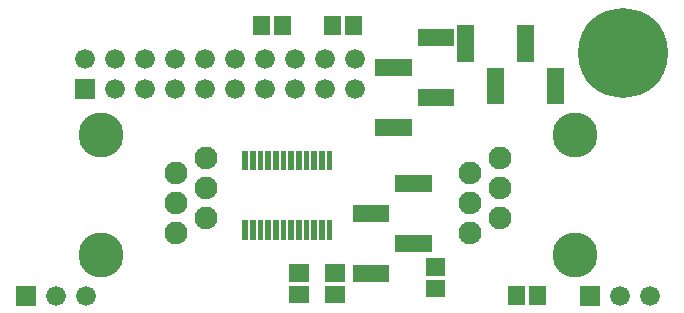
<source format=gbr>
G04 start of page 6 for group -4063 idx -4063 *
G04 Title: (unknown), componentmask *
G04 Creator: pcb 20140316 *
G04 CreationDate: Thu 30 Aug 2018 07:24:04 PM GMT UTC *
G04 For: railfan *
G04 Format: Gerber/RS-274X *
G04 PCB-Dimensions (mil): 2220.00 1040.00 *
G04 PCB-Coordinate-Origin: lower left *
%MOIN*%
%FSLAX25Y25*%
%LNTOPMASK*%
%ADD55R,0.0190X0.0190*%
%ADD54R,0.0560X0.0560*%
%ADD53R,0.0572X0.0572*%
%ADD52C,0.0760*%
%ADD51C,0.0660*%
%ADD50C,0.1500*%
%ADD49C,0.0001*%
%ADD48C,0.2997*%
G54D48*X206000Y88000D03*
G54D49*G36*
X191700Y10300D02*Y3700D01*
X198300D01*
Y10300D01*
X191700D01*
G37*
G54D50*X190000Y20500D03*
Y60500D03*
G54D51*X205000Y7000D03*
X215000D03*
G54D52*X155000Y28000D03*
Y38000D03*
Y48000D03*
X165000Y33000D03*
Y43000D03*
Y53000D03*
G54D49*G36*
X23200Y79300D02*Y72700D01*
X29800D01*
Y79300D01*
X23200D01*
G37*
G54D51*X36500Y76000D03*
X26500Y86000D03*
X36500D03*
X56500Y76000D03*
X66500D03*
X76500D03*
X46500D03*
Y86000D03*
X56500D03*
X66500D03*
X76500D03*
X86500D03*
X96500D03*
X106500D03*
X116500D03*
X86500Y76000D03*
X96500D03*
X106500D03*
X116500D03*
G54D52*X67000Y53000D03*
Y43000D03*
Y33000D03*
X57000Y48000D03*
Y38000D03*
Y28000D03*
G54D50*X32000Y60500D03*
Y20500D03*
G54D49*G36*
X3700Y10300D02*Y3700D01*
X10300D01*
Y10300D01*
X3700D01*
G37*
G54D51*X17000Y7000D03*
X27000D03*
G54D53*X143107Y9457D02*X143893D01*
X143107Y16543D02*X143893D01*
X177543Y7393D02*Y6607D01*
X170457Y7393D02*Y6607D01*
G54D54*X132760Y44500D02*X139413D01*
X118587Y34500D02*X125240D01*
X118587Y14500D02*X125240D01*
X132760Y24500D02*X139413D01*
G54D53*X109607Y14543D02*X110393D01*
X97607D02*X98393D01*
X109607Y7457D02*X110393D01*
X97607D02*X98393D01*
G54D55*X79926Y31189D02*Y26583D01*
Y29583D02*Y28189D01*
X82485Y31189D02*Y26583D01*
Y29583D02*Y28189D01*
X85044Y31189D02*Y26583D01*
Y29583D02*Y28189D01*
X87603Y31189D02*Y26583D01*
Y29583D02*Y28189D01*
X90162Y31189D02*Y26583D01*
Y29583D02*Y28189D01*
X92721Y31189D02*Y26583D01*
Y29583D02*Y28189D01*
X95279Y31189D02*Y26583D01*
Y29583D02*Y28189D01*
X97838Y31189D02*Y26583D01*
Y29583D02*Y28189D01*
X100397Y31189D02*Y26583D01*
Y29583D02*Y28189D01*
X102956Y31189D02*Y26583D01*
Y29583D02*Y28189D01*
X105515Y31189D02*Y26583D01*
Y29583D02*Y28189D01*
X108074Y31189D02*Y26583D01*
Y29583D02*Y28189D01*
G54D53*X116043Y97393D02*Y96607D01*
X108957Y97393D02*Y96607D01*
G54D54*X126087Y83000D02*X132740D01*
X126087Y63000D02*X132740D01*
X140260Y93000D02*X146913D01*
X140260Y73000D02*X146913D01*
X153500Y94413D02*Y87760D01*
X163500Y80240D02*Y73587D01*
X173500Y94413D02*Y87760D01*
X183500Y80240D02*Y73587D01*
G54D53*X85457Y97393D02*Y96607D01*
X92543Y97393D02*Y96607D01*
G54D55*X108074Y54417D02*Y49811D01*
Y52811D02*Y51417D01*
X105515Y54417D02*Y49811D01*
Y52811D02*Y51417D01*
X102956Y54417D02*Y49811D01*
Y52811D02*Y51417D01*
X100397Y54417D02*Y49811D01*
Y52811D02*Y51417D01*
X97838Y54417D02*Y49811D01*
Y52811D02*Y51417D01*
X95279Y54417D02*Y49811D01*
Y52811D02*Y51417D01*
X92721Y54417D02*Y49811D01*
Y52811D02*Y51417D01*
X90162Y54417D02*Y49811D01*
Y52811D02*Y51417D01*
X87603Y54417D02*Y49811D01*
Y52811D02*Y51417D01*
X85044Y54417D02*Y49811D01*
Y52811D02*Y51417D01*
X82485Y54417D02*Y49811D01*
Y52811D02*Y51417D01*
X79926Y54417D02*Y49811D01*
Y52811D02*Y51417D01*
M02*

</source>
